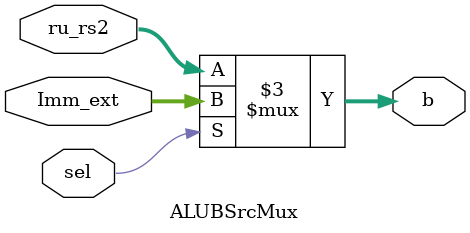
<source format=sv>
module ALUBSrcMux(
    input logic signed [31:0] ru_rs2,
    input logic signed [31:0] Imm_ext,
    input logic sel,

    output logic signed [31:0] b
);
    always @(*) begin
        if (sel)
            b = Imm_ext;
        else
            b = ru_rs2;
    end
endmodule
</source>
